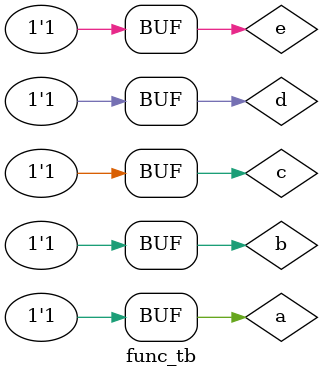
<source format=sv>
module func_tb;
    reg a, b, c, d, e;
    wire y;

    func2 dut(a, b, c, d, e, y);

    initial begin
        a = 1'b0; b = 1'b0; c = 1'b0; d = 1'b0; e = 1'b0; #10;
        a = 1'b1; b = 1'b0; c = 1'b0; d = 1'b0; e = 1'b0; #10;
        a = 1'b0; b = 1'b1; c = 1'b0; d = 1'b0; e = 1'b0; #10;
        a = 1'b0; b = 1'b0; c = 1'b1; d = 1'b0; e = 1'b0; #10;
        a = 1'b0; b = 1'b0; c = 1'b0; d = 1'b1; e = 1'b0; #10;
        a = 1'b0; b = 1'b0; c = 1'b0; d = 1'b0; e = 1'b1; #10;
        a = 1'b1; b = 1'b1; c = 1'b1; d = 1'b1; e = 1'b1; #10;
    end
endmodule

</source>
